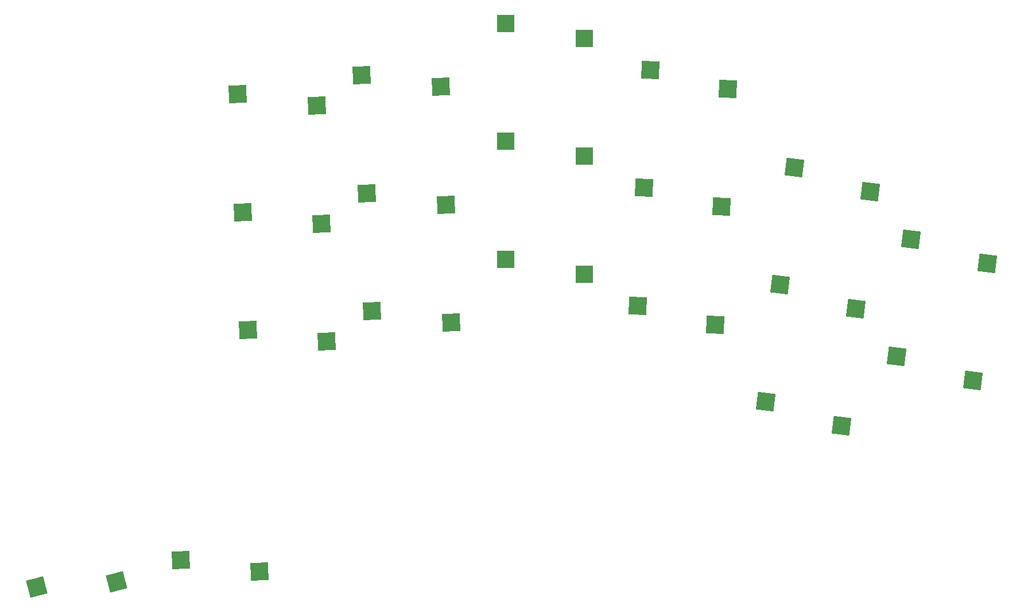
<source format=gbp>
G04 #@! TF.GenerationSoftware,KiCad,Pcbnew,8.0.5-dirty*
G04 #@! TF.CreationDate,2024-10-14T15:43:55+03:00*
G04 #@! TF.ProjectId,Kivipallur_right,4b697669-7061-46c6-9c75-725f72696768,1*
G04 #@! TF.SameCoordinates,Original*
G04 #@! TF.FileFunction,Paste,Bot*
G04 #@! TF.FilePolarity,Positive*
%FSLAX46Y46*%
G04 Gerber Fmt 4.6, Leading zero omitted, Abs format (unit mm)*
G04 Created by KiCad (PCBNEW 8.0.5-dirty) date 2024-10-14 15:43:55*
%MOMM*%
%LPD*%
G01*
G04 APERTURE LIST*
G04 Aperture macros list*
%AMRotRect*
0 Rectangle, with rotation*
0 The origin of the aperture is its center*
0 $1 length*
0 $2 width*
0 $3 Rotation angle, in degrees counterclockwise*
0 Add horizontal line*
21,1,$1,$2,0,0,$3*%
G04 Aperture macros list end*
%ADD10RotRect,2.600000X2.600000X2.500000*%
%ADD11RotRect,2.600000X2.600000X357.000000*%
%ADD12R,2.600000X2.600000*%
%ADD13RotRect,2.600000X2.600000X353.000000*%
%ADD14RotRect,2.600000X2.600000X14.500000*%
G04 APERTURE END LIST*
D10*
X110485634Y-73399480D03*
X122120603Y-75093582D03*
D11*
X169682071Y-69806638D03*
X181101103Y-72608103D03*
D10*
X111244611Y-90782919D03*
X122879580Y-92477021D03*
X109726657Y-56016041D03*
X121361626Y-57710143D03*
D12*
X149296278Y-62933709D03*
X160846278Y-65133709D03*
X149296278Y-80333709D03*
X160846278Y-82533709D03*
D11*
X168771425Y-87182792D03*
X180190457Y-89984257D03*
D10*
X101316711Y-124748296D03*
X112951680Y-126442398D03*
D13*
X189714090Y-84068903D03*
X200909885Y-87660096D03*
D10*
X129539860Y-87982226D03*
X141174829Y-89676328D03*
D13*
X191834616Y-66798600D03*
X203030411Y-70389793D03*
X187593563Y-101339206D03*
X198789358Y-104930399D03*
X209073763Y-77378384D03*
X220269558Y-80969577D03*
D11*
X170592716Y-52430484D03*
X182011748Y-55231949D03*
D12*
X149296278Y-45533709D03*
X160846278Y-47733709D03*
D10*
X128780883Y-70598787D03*
X140415852Y-72292889D03*
X128021905Y-53215348D03*
X139656874Y-54909450D03*
D13*
X206953236Y-94648687D03*
X218149031Y-98239880D03*
D14*
X80102873Y-128688313D03*
X91835815Y-127926349D03*
M02*

</source>
